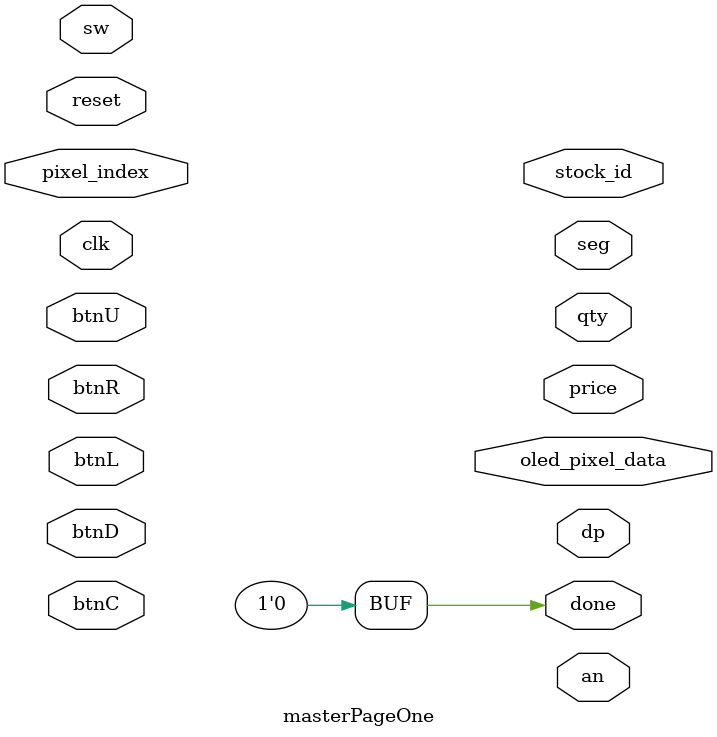
<source format=v>
`timescale 1ns / 1ps


module masterPageOne(
    // Control
    input clk, input reset, 
    // LEDs, Switches, Buttons
    input btnC, btnU, btnL, btnR, btnD, input [15:0] sw,
    input [12:0] pixel_index,
    output [15:0] oled_pixel_data,
    output [6:0] seg, output dp, output [3:0] an,
    output reg [31:0] stock_id, 
    output reg [31:0] price, 
    output reg [31:0] qty, 
    output reg done=0
    );
endmodule

</source>
